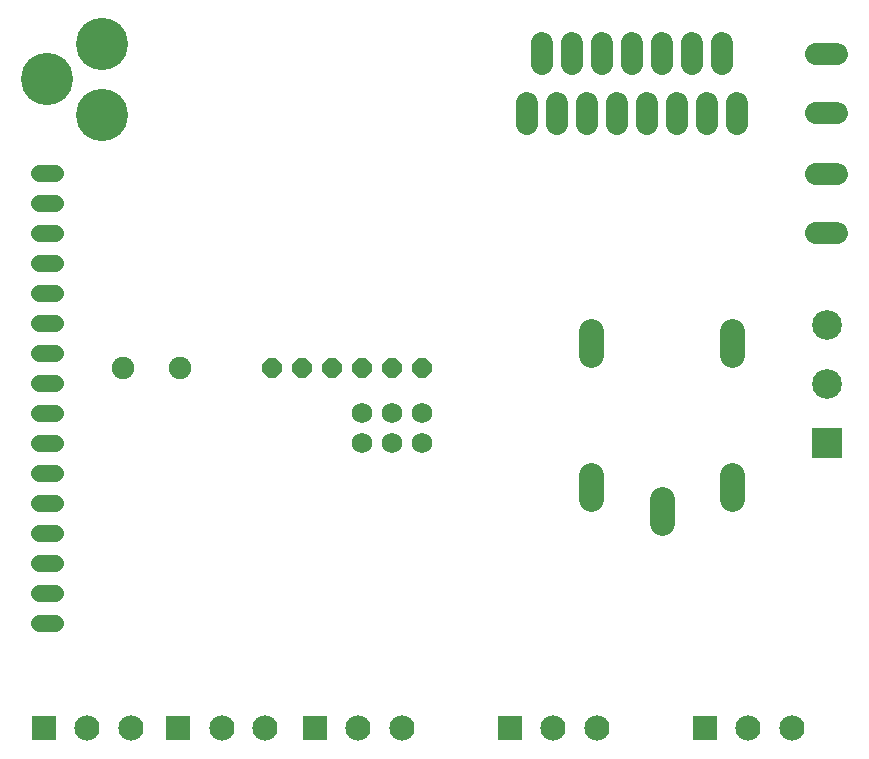
<source format=gbs>
G75*
%MOIN*%
%OFA0B0*%
%FSLAX25Y25*%
%IPPOS*%
%LPD*%
%AMOC8*
5,1,8,0,0,1.08239X$1,22.5*
%
%ADD10OC8,0.06400*%
%ADD11C,0.07487*%
%ADD12C,0.06800*%
%ADD13C,0.17400*%
%ADD14R,0.09900X0.09900*%
%ADD15C,0.09900*%
%ADD16C,0.07450*%
%ADD17C,0.07487*%
%ADD18C,0.08200*%
%ADD19R,0.08400X0.08400*%
%ADD20C,0.08400*%
%ADD21C,0.05600*%
D10*
X0089167Y0136800D03*
X0099167Y0136800D03*
X0109167Y0136800D03*
X0119167Y0136800D03*
X0129167Y0136800D03*
X0139167Y0136800D03*
D11*
X0174167Y0218257D02*
X0174167Y0225343D01*
X0184167Y0225343D02*
X0184167Y0218257D01*
X0194167Y0218257D02*
X0194167Y0225343D01*
X0204167Y0225343D02*
X0204167Y0218257D01*
X0214167Y0218257D02*
X0214167Y0225343D01*
X0224167Y0225343D02*
X0224167Y0218257D01*
X0234167Y0218257D02*
X0234167Y0225343D01*
X0244167Y0225343D02*
X0244167Y0218257D01*
X0239167Y0238257D02*
X0239167Y0245343D01*
X0229167Y0245343D02*
X0229167Y0238257D01*
X0219167Y0238257D02*
X0219167Y0245343D01*
X0209167Y0245343D02*
X0209167Y0238257D01*
X0199167Y0238257D02*
X0199167Y0245343D01*
X0189167Y0245343D02*
X0189167Y0238257D01*
X0179167Y0238257D02*
X0179167Y0245343D01*
D12*
X0139167Y0121800D03*
X0139167Y0111800D03*
X0129167Y0111800D03*
X0119167Y0111800D03*
X0119167Y0121800D03*
X0129167Y0121800D03*
D13*
X0032667Y0221363D03*
X0014163Y0233174D03*
X0032667Y0244985D03*
D14*
X0274167Y0111800D03*
D15*
X0274167Y0131485D03*
X0274167Y0151170D03*
D16*
X0277692Y0181957D02*
X0270642Y0181957D01*
X0270642Y0201643D02*
X0277692Y0201643D01*
X0277692Y0221957D02*
X0270642Y0221957D01*
X0270642Y0241643D02*
X0277692Y0241643D01*
D17*
X0058667Y0136800D03*
X0039667Y0136800D03*
D18*
X0195667Y0141400D02*
X0195667Y0149200D01*
X0242667Y0149200D02*
X0242667Y0141400D01*
X0242667Y0101200D02*
X0242667Y0093400D01*
X0219167Y0093200D02*
X0219167Y0085400D01*
X0195667Y0093400D02*
X0195667Y0101200D01*
D19*
X0013167Y0016800D03*
X0057967Y0016800D03*
X0103467Y0016800D03*
X0168467Y0016800D03*
X0233467Y0016800D03*
D20*
X0247946Y0016800D03*
X0262426Y0016800D03*
X0197426Y0016800D03*
X0182946Y0016800D03*
X0132426Y0016800D03*
X0117946Y0016800D03*
X0086926Y0016800D03*
X0072446Y0016800D03*
X0042126Y0016800D03*
X0027646Y0016800D03*
D21*
X0016767Y0051800D02*
X0011567Y0051800D01*
X0011567Y0061800D02*
X0016767Y0061800D01*
X0016767Y0071800D02*
X0011567Y0071800D01*
X0011567Y0081800D02*
X0016767Y0081800D01*
X0016767Y0091800D02*
X0011567Y0091800D01*
X0011567Y0101800D02*
X0016767Y0101800D01*
X0016767Y0111800D02*
X0011567Y0111800D01*
X0011567Y0121800D02*
X0016767Y0121800D01*
X0016767Y0131800D02*
X0011567Y0131800D01*
X0011567Y0141800D02*
X0016767Y0141800D01*
X0016767Y0151800D02*
X0011567Y0151800D01*
X0011567Y0161800D02*
X0016767Y0161800D01*
X0016767Y0171800D02*
X0011567Y0171800D01*
X0011567Y0181800D02*
X0016767Y0181800D01*
X0016767Y0191800D02*
X0011567Y0191800D01*
X0011567Y0201800D02*
X0016767Y0201800D01*
M02*

</source>
